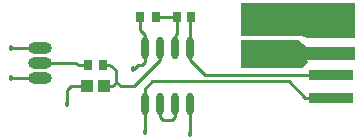
<source format=gtl>
G04*
G04 #@! TF.GenerationSoftware,Altium Limited,Altium Designer,20.1.14 (287)*
G04*
G04 Layer_Physical_Order=1*
G04 Layer_Color=255*
%FSLAX25Y25*%
%MOIN*%
G70*
G04*
G04 #@! TF.SameCoordinates,1BDC85E0-9E64-418B-9CD7-3ABB073E6672*
G04*
G04*
G04 #@! TF.FilePolarity,Positive*
G04*
G01*
G75*
%ADD14O,0.07874X0.03937*%
%ADD15O,0.07874X0.03937*%
%ADD16R,0.15000X0.03500*%
%ADD17O,0.02362X0.07480*%
%ADD18R,0.03150X0.03740*%
%ADD19R,0.02756X0.03347*%
%ADD20R,0.02047X0.02047*%
%ADD21R,0.03937X0.04134*%
%ADD22R,0.04134X0.03937*%
%ADD32C,0.01000*%
%ADD33C,0.01800*%
G36*
X398000Y302500D02*
Y297000D01*
X382500D01*
X380500Y297500D01*
X360000D01*
Y297879D01*
Y305500D01*
D01*
Y308500D01*
X398000D01*
Y302500D01*
D02*
G37*
G36*
X382000Y294000D02*
X398000D01*
Y289500D01*
X382161D01*
X382322Y289072D01*
X380250Y287000D01*
X360000D01*
Y289500D01*
Y290634D01*
Y296480D01*
X379024D01*
X382000Y294000D01*
D02*
G37*
D14*
X293000Y283500D02*
D03*
D15*
Y288500D02*
D03*
Y293500D02*
D03*
D16*
X390000Y299500D02*
D03*
Y292000D02*
D03*
Y284500D02*
D03*
Y277000D02*
D03*
D17*
X328000Y275000D02*
D03*
X333000D02*
D03*
X338000D02*
D03*
X343000D02*
D03*
X328000Y293504D02*
D03*
X333000D02*
D03*
X338000D02*
D03*
X343000D02*
D03*
D18*
X326441Y304000D02*
D03*
X331559D02*
D03*
X314000Y288000D02*
D03*
X308882D02*
D03*
D19*
X338736Y304000D02*
D03*
X343264D02*
D03*
D20*
X377000Y295406D02*
D03*
Y298555D02*
D03*
D21*
X370000Y299905D02*
D03*
Y294000D02*
D03*
D22*
X314500Y281000D02*
D03*
X308594D02*
D03*
D32*
X318207Y281707D02*
X318500Y282414D01*
X317089Y281002D02*
X317793Y281293D01*
X318500Y285996D02*
X318101Y286800D01*
X316770Y287798D02*
X316167Y288000D01*
X305247Y288250D02*
X305909Y288000D01*
X305247Y288250D02*
X304586Y288500D01*
X338000Y270500D02*
Y275000D01*
X337000Y269500D02*
X338000Y270500D01*
X334000Y269500D02*
X337000D01*
X333000Y270500D02*
X334000Y269500D01*
X333000Y270500D02*
Y275000D01*
X370000Y293969D02*
Y294000D01*
X368531Y292500D02*
X370000Y293969D01*
X363500Y292500D02*
X368531D01*
X369406Y300500D02*
X370000Y299905D01*
X363500Y300500D02*
X369406D01*
X343000Y265000D02*
Y275000D01*
X318500Y285996D02*
X318500Y283500D01*
X317793Y281293D02*
X318207Y281707D01*
X318500Y282414D02*
X319914Y281000D01*
X324500D02*
X333000Y289500D01*
X319914Y281000D02*
X324500D01*
X328000Y289000D02*
Y293504D01*
X327000Y288000D02*
X328000Y289000D01*
X325716Y288000D02*
X327000D01*
X324000Y286500D02*
X324217D01*
X325716Y288000D01*
X328000Y265500D02*
Y275000D01*
X302000D02*
Y279500D01*
X303500Y281000D01*
X308594D01*
X283500Y283500D02*
X293000D01*
X283500Y293500D02*
X293000D01*
X328000Y275000D02*
Y280000D01*
X330500Y282500D02*
X376000D01*
X328000Y280000D02*
X330500Y282500D01*
X343000Y289500D02*
X348000Y284500D01*
X343000Y289500D02*
Y293504D01*
Y303736D01*
X348000Y284500D02*
X390000D01*
X376000Y282500D02*
X381500Y277000D01*
X390000D01*
X328000Y293504D02*
Y298000D01*
X326441Y299559D02*
Y304000D01*
Y299559D02*
X328000Y298000D01*
X331559Y304000D02*
X338736D01*
Y298236D02*
Y304000D01*
X338000Y297500D02*
X338736Y298236D01*
X338000Y293504D02*
Y297500D01*
X343000Y303736D02*
X343264Y304000D01*
X318100Y286800D02*
X318101Y286800D01*
X333000Y289500D02*
Y293504D01*
X316167Y288000D02*
X316167D01*
X314000D02*
X316167D01*
X316167Y288000D02*
Y288000D01*
X314500Y281000D02*
X317089Y281002D01*
X318500Y282414D02*
Y283500D01*
X316770Y287798D02*
X318100Y286800D01*
X304586Y288500D02*
X304586D01*
X293000D02*
X304586D01*
X305909Y288000D02*
X308882Y288000D01*
X305247Y288250D02*
X305247Y288250D01*
X304586Y288500D02*
Y288500D01*
D33*
X371000Y290000D02*
D03*
X379000Y290500D02*
D03*
X363500Y304500D02*
D03*
X380500D02*
D03*
X387500D02*
D03*
X394500D02*
D03*
X343000Y265000D02*
D03*
X363500Y300500D02*
D03*
Y292500D02*
D03*
X324000Y286500D02*
D03*
X328000Y265500D02*
D03*
X302000Y275000D02*
D03*
X283500Y283500D02*
D03*
Y293500D02*
D03*
M02*

</source>
